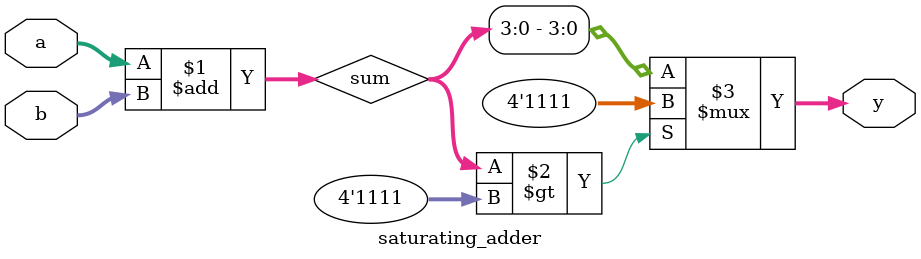
<source format=v>
module saturating_adder(input  [3:0] a, b,output [3:0] y);
  wire [4:0] sum = a + b;
  assign y = (sum > 4'b1111) ? 4'b1111 : sum[3:0];
endmodule

</source>
